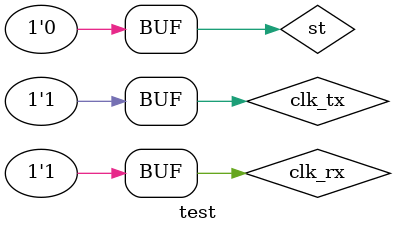
<source format=v>
`timescale 1ns / 1ps


module test;
	
	
	// Inputs
	wire In_P;
	wire In_N;
	reg clk_tx;
	reg clk_rx;

	parameter PERIOD = 20; 
	always begin clk_tx = 1'b0; #(PERIOD/2) clk_tx = 1'b1; #(PERIOD/2); end
	always begin clk_rx = 1'b0; #(PERIOD/2) clk_rx = 1'b1; #(PERIOD/2); end
	// Outputs
	wire ok_SY;
	wire dRXP;
	wire [5:0] cb_tact;
	wire [4:0] cb_bit;
	wire en_wr;
	wire ce_tact;
	wire ce_bit;
	wire en_rx;
	wire T_dat;
	wire T_end;
	wire FT_cp;
	wire [15:0] sr_dat;
	wire ok_rx;
	wire CW_DW;


	reg st = 0;
	wire txen;
	wire [15:0]DAT;
	Gen_txen_DAT _DAT( 						.txen(txen),
							.st(st), 			.DAT(DAT),
							.clk(clk_tx), 		.CW_TX(),
													.DW_TX());
	
	MIL_TXD DD1 ( 	.clk(clk_tx), 	.TXP(In_P), //"Ïîëîæèòåëüíûå" èìïóëüñû
						.dat(DAT), 		.TXN(In_N), //"Îòðèöàòåëüíûå" èìïóëüñû
						.txen(txen), 	.SY1(SY1), // Ïåðâûé èìïóëüñ ñèíõðîíèçàöèè
											.SY2(SY2)); // Âòîðîé èìïóëüñ ñèíõðîíèçàöèè
	// Instantiate the Unit Under Test (UUT)
	MIL_RXD uut (
		.In_P(In_P), 
		.ok_SY(ok_SY), 
		.In_N(In_N), 
		.dRXP(dRXP), 
		.clk(clk_rx), 
		.cb_tact(cb_tact), 
		.cb_bit(cb_bit), 
		.en_wr(en_wr), 
		.ce_tact(ce_tact), 
		.ce_bit(ce_bit), 
		.en_rx(en_rx), 
		.T_dat(T_dat), 
		.T_end(T_end), 
		.FT_cp(FT_cp), 
		.sr_dat(sr_dat), 
		.ok_rx(ok_rx), 
		.CW_DW(CW_DW)
	);
	
											
	
	initial begin
		// Initialize Inputs
					st = 0; 
      #2000; 	st = 1; 
		#20;		st = 0;
		// Add stimulus here

	end
      
endmodule


</source>
